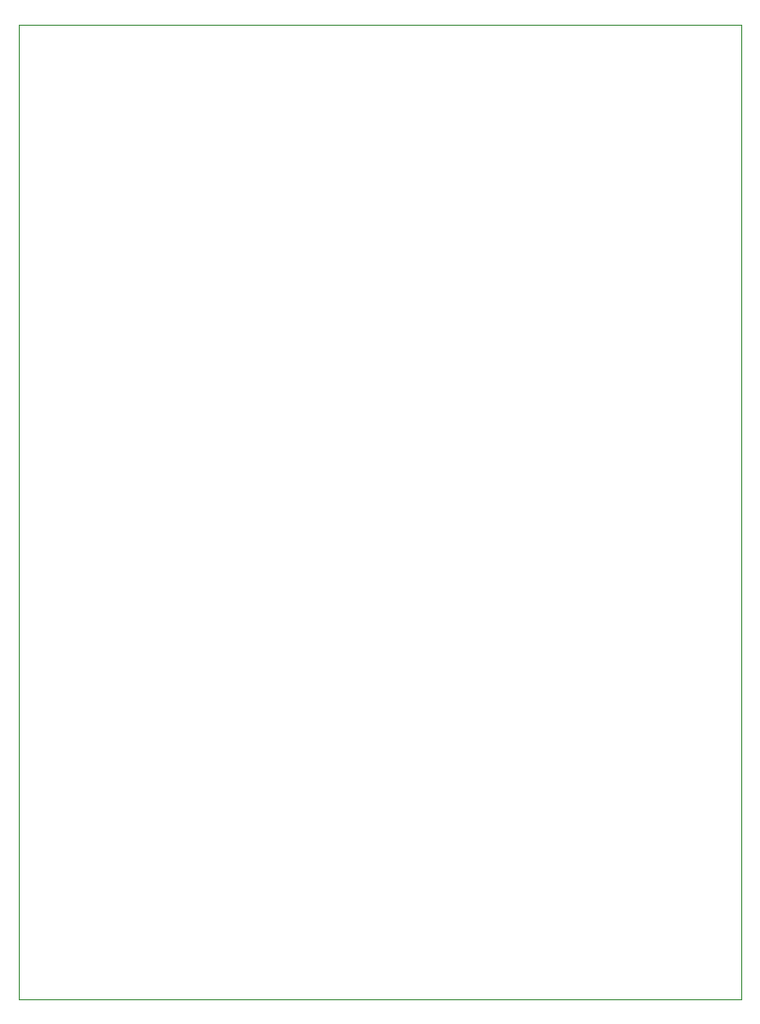
<source format=gbr>
%TF.GenerationSoftware,KiCad,Pcbnew,8.0.8*%
%TF.CreationDate,2025-02-11T16:16:57-05:00*%
%TF.ProjectId,FrutigerAeroNumPad,46727574-6967-4657-9241-65726f4e756d,rev?*%
%TF.SameCoordinates,Original*%
%TF.FileFunction,Profile,NP*%
%FSLAX46Y46*%
G04 Gerber Fmt 4.6, Leading zero omitted, Abs format (unit mm)*
G04 Created by KiCad (PCBNEW 8.0.8) date 2025-02-11 16:16:57*
%MOMM*%
%LPD*%
G01*
G04 APERTURE LIST*
%TA.AperFunction,Profile*%
%ADD10C,0.100000*%
%TD*%
G04 APERTURE END LIST*
D10*
X117633750Y-45561250D02*
X179546250Y-45561250D01*
X179546250Y-128905000D01*
X117633750Y-128905000D01*
X117633750Y-45561250D01*
M02*

</source>
